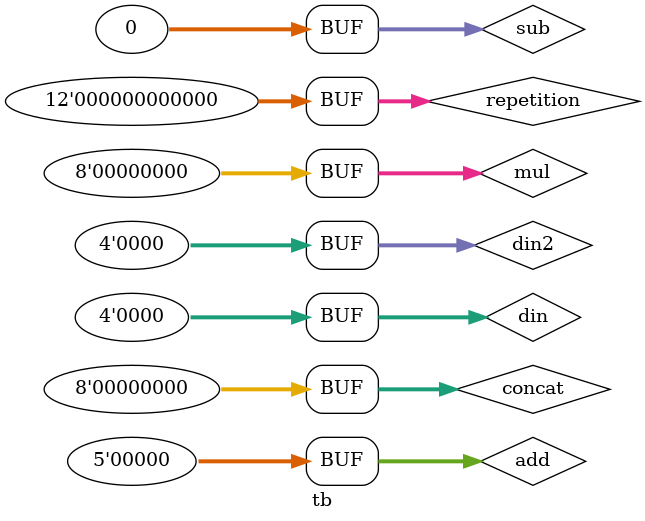
<source format=v>
`timescale 1ns / 1ps


module tb;

reg [3:0] din = 4'd5, din2 = 4'd6;
reg [4:0] add = 0;
integer sub = 0;
reg [7:0] mul = 0;

reg [7:0] concat = 0;
reg [11:0] repetition = 0;

initial begin
concat = {din, din2};
repetition = {3{din}};
end
/*
reg [3:0] sdin1 = 0, sdin2 = 0;

initial begin
sdin1 = din >> 2;
sdin2 = din2 << 1;
$display("din: %0b, din2: %0b", din, din2);
$display("sdin: %0b, sdin2: %0b", sdin1, sdin2);

end
initial begin
add = din + din2;
sub = din - din2;
mul = din * din2;

$display("Value of Addition: %0d", add);
$display("Value of Subtracation: %0d", sub);
$display("Value of Multiplication: %0d", mul);
$display("din: %0b, din2: %0b", din, din2);
$display("and %0b, or %0b, xor %0b, xnor %0b", (din & din2), (din | din2), (din ^ din2), (din ~^ din2));

end


always@(*)
begin
    if((din din2) == 0)
*/

endmodule

</source>
